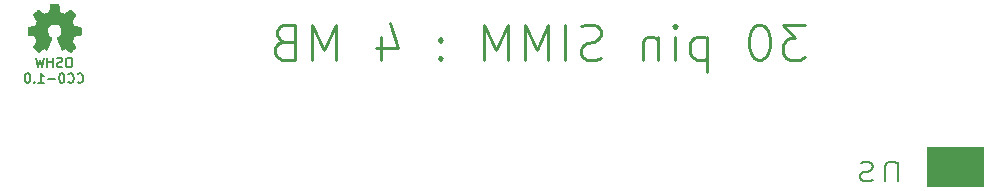
<source format=gbr>
%TF.GenerationSoftware,KiCad,Pcbnew,(5.1.9-0-10_14)*%
%TF.CreationDate,2021-02-23T12:31:03+01:00*%
%TF.ProjectId,30pin_SIMM_4MB,33307069-6e5f-4534-994d-4d5f344d422e,rev?*%
%TF.SameCoordinates,Original*%
%TF.FileFunction,Legend,Bot*%
%TF.FilePolarity,Positive*%
%FSLAX46Y46*%
G04 Gerber Fmt 4.6, Leading zero omitted, Abs format (unit mm)*
G04 Created by KiCad (PCBNEW (5.1.9-0-10_14)) date 2021-02-23 12:31:03*
%MOMM*%
%LPD*%
G01*
G04 APERTURE LIST*
%ADD10C,0.100000*%
%ADD11C,0.200000*%
%ADD12C,0.150000*%
%ADD13C,0.250000*%
%ADD14C,0.010000*%
G04 APERTURE END LIST*
D10*
G36*
X182000000Y-96000000D02*
G01*
X177250000Y-96000000D01*
X177250000Y-92750000D01*
X182000000Y-92750000D01*
X182000000Y-96000000D01*
G37*
X182000000Y-96000000D02*
X177250000Y-96000000D01*
X177250000Y-92750000D01*
X182000000Y-92750000D01*
X182000000Y-96000000D01*
D11*
X174820476Y-93964285D02*
X174820476Y-95630952D01*
X174820476Y-94202380D02*
X174701428Y-94083333D01*
X174463333Y-93964285D01*
X174106190Y-93964285D01*
X173868095Y-94083333D01*
X173749047Y-94321428D01*
X173749047Y-95630952D01*
X172677619Y-95511904D02*
X172439523Y-95630952D01*
X171963333Y-95630952D01*
X171725238Y-95511904D01*
X171606190Y-95273809D01*
X171606190Y-95154761D01*
X171725238Y-94916666D01*
X171963333Y-94797619D01*
X172320476Y-94797619D01*
X172558571Y-94678571D01*
X172677619Y-94440476D01*
X172677619Y-94321428D01*
X172558571Y-94083333D01*
X172320476Y-93964285D01*
X171963333Y-93964285D01*
X171725238Y-94083333D01*
D12*
X104713333Y-85136904D02*
X104560952Y-85136904D01*
X104484761Y-85175000D01*
X104408571Y-85251190D01*
X104370476Y-85403571D01*
X104370476Y-85670238D01*
X104408571Y-85822619D01*
X104484761Y-85898809D01*
X104560952Y-85936904D01*
X104713333Y-85936904D01*
X104789523Y-85898809D01*
X104865714Y-85822619D01*
X104903809Y-85670238D01*
X104903809Y-85403571D01*
X104865714Y-85251190D01*
X104789523Y-85175000D01*
X104713333Y-85136904D01*
X104065714Y-85898809D02*
X103951428Y-85936904D01*
X103760952Y-85936904D01*
X103684761Y-85898809D01*
X103646666Y-85860714D01*
X103608571Y-85784523D01*
X103608571Y-85708333D01*
X103646666Y-85632142D01*
X103684761Y-85594047D01*
X103760952Y-85555952D01*
X103913333Y-85517857D01*
X103989523Y-85479761D01*
X104027619Y-85441666D01*
X104065714Y-85365476D01*
X104065714Y-85289285D01*
X104027619Y-85213095D01*
X103989523Y-85175000D01*
X103913333Y-85136904D01*
X103722857Y-85136904D01*
X103608571Y-85175000D01*
X103265714Y-85936904D02*
X103265714Y-85136904D01*
X103265714Y-85517857D02*
X102808571Y-85517857D01*
X102808571Y-85936904D02*
X102808571Y-85136904D01*
X102503809Y-85136904D02*
X102313333Y-85936904D01*
X102160952Y-85365476D01*
X102008571Y-85936904D01*
X101818095Y-85136904D01*
X105360952Y-87210714D02*
X105399047Y-87248809D01*
X105513333Y-87286904D01*
X105589523Y-87286904D01*
X105703809Y-87248809D01*
X105780000Y-87172619D01*
X105818095Y-87096428D01*
X105856190Y-86944047D01*
X105856190Y-86829761D01*
X105818095Y-86677380D01*
X105780000Y-86601190D01*
X105703809Y-86525000D01*
X105589523Y-86486904D01*
X105513333Y-86486904D01*
X105399047Y-86525000D01*
X105360952Y-86563095D01*
X104560952Y-87210714D02*
X104599047Y-87248809D01*
X104713333Y-87286904D01*
X104789523Y-87286904D01*
X104903809Y-87248809D01*
X104980000Y-87172619D01*
X105018095Y-87096428D01*
X105056190Y-86944047D01*
X105056190Y-86829761D01*
X105018095Y-86677380D01*
X104980000Y-86601190D01*
X104903809Y-86525000D01*
X104789523Y-86486904D01*
X104713333Y-86486904D01*
X104599047Y-86525000D01*
X104560952Y-86563095D01*
X104065714Y-86486904D02*
X103989523Y-86486904D01*
X103913333Y-86525000D01*
X103875238Y-86563095D01*
X103837142Y-86639285D01*
X103799047Y-86791666D01*
X103799047Y-86982142D01*
X103837142Y-87134523D01*
X103875238Y-87210714D01*
X103913333Y-87248809D01*
X103989523Y-87286904D01*
X104065714Y-87286904D01*
X104141904Y-87248809D01*
X104180000Y-87210714D01*
X104218095Y-87134523D01*
X104256190Y-86982142D01*
X104256190Y-86791666D01*
X104218095Y-86639285D01*
X104180000Y-86563095D01*
X104141904Y-86525000D01*
X104065714Y-86486904D01*
X103456190Y-86982142D02*
X102846666Y-86982142D01*
X102046666Y-87286904D02*
X102503809Y-87286904D01*
X102275238Y-87286904D02*
X102275238Y-86486904D01*
X102351428Y-86601190D01*
X102427619Y-86677380D01*
X102503809Y-86715476D01*
X101703809Y-87210714D02*
X101665714Y-87248809D01*
X101703809Y-87286904D01*
X101741904Y-87248809D01*
X101703809Y-87210714D01*
X101703809Y-87286904D01*
X101170476Y-86486904D02*
X101094285Y-86486904D01*
X101018095Y-86525000D01*
X100980000Y-86563095D01*
X100941904Y-86639285D01*
X100903809Y-86791666D01*
X100903809Y-86982142D01*
X100941904Y-87134523D01*
X100980000Y-87210714D01*
X101018095Y-87248809D01*
X101094285Y-87286904D01*
X101170476Y-87286904D01*
X101246666Y-87248809D01*
X101284761Y-87210714D01*
X101322857Y-87134523D01*
X101360952Y-86982142D01*
X101360952Y-86791666D01*
X101322857Y-86639285D01*
X101284761Y-86563095D01*
X101246666Y-86525000D01*
X101170476Y-86486904D01*
D13*
X166950000Y-82357142D02*
X165092857Y-82357142D01*
X166092857Y-83500000D01*
X165664285Y-83500000D01*
X165378571Y-83642857D01*
X165235714Y-83785714D01*
X165092857Y-84071428D01*
X165092857Y-84785714D01*
X165235714Y-85071428D01*
X165378571Y-85214285D01*
X165664285Y-85357142D01*
X166521428Y-85357142D01*
X166807142Y-85214285D01*
X166950000Y-85071428D01*
X163235714Y-82357142D02*
X162950000Y-82357142D01*
X162664285Y-82500000D01*
X162521428Y-82642857D01*
X162378571Y-82928571D01*
X162235714Y-83500000D01*
X162235714Y-84214285D01*
X162378571Y-84785714D01*
X162521428Y-85071428D01*
X162664285Y-85214285D01*
X162950000Y-85357142D01*
X163235714Y-85357142D01*
X163521428Y-85214285D01*
X163664285Y-85071428D01*
X163807142Y-84785714D01*
X163950000Y-84214285D01*
X163950000Y-83500000D01*
X163807142Y-82928571D01*
X163664285Y-82642857D01*
X163521428Y-82500000D01*
X163235714Y-82357142D01*
X158664285Y-83357142D02*
X158664285Y-86357142D01*
X158664285Y-83500000D02*
X158378571Y-83357142D01*
X157807142Y-83357142D01*
X157521428Y-83500000D01*
X157378571Y-83642857D01*
X157235714Y-83928571D01*
X157235714Y-84785714D01*
X157378571Y-85071428D01*
X157521428Y-85214285D01*
X157807142Y-85357142D01*
X158378571Y-85357142D01*
X158664285Y-85214285D01*
X155950000Y-85357142D02*
X155950000Y-83357142D01*
X155950000Y-82357142D02*
X156092857Y-82500000D01*
X155950000Y-82642857D01*
X155807142Y-82500000D01*
X155950000Y-82357142D01*
X155950000Y-82642857D01*
X154521428Y-83357142D02*
X154521428Y-85357142D01*
X154521428Y-83642857D02*
X154378571Y-83500000D01*
X154092857Y-83357142D01*
X153664285Y-83357142D01*
X153378571Y-83500000D01*
X153235714Y-83785714D01*
X153235714Y-85357142D01*
X149664285Y-85214285D02*
X149235714Y-85357142D01*
X148521428Y-85357142D01*
X148235714Y-85214285D01*
X148092857Y-85071428D01*
X147950000Y-84785714D01*
X147950000Y-84500000D01*
X148092857Y-84214285D01*
X148235714Y-84071428D01*
X148521428Y-83928571D01*
X149092857Y-83785714D01*
X149378571Y-83642857D01*
X149521428Y-83500000D01*
X149664285Y-83214285D01*
X149664285Y-82928571D01*
X149521428Y-82642857D01*
X149378571Y-82500000D01*
X149092857Y-82357142D01*
X148378571Y-82357142D01*
X147950000Y-82500000D01*
X146664285Y-85357142D02*
X146664285Y-82357142D01*
X145235714Y-85357142D02*
X145235714Y-82357142D01*
X144235714Y-84500000D01*
X143235714Y-82357142D01*
X143235714Y-85357142D01*
X141807142Y-85357142D02*
X141807142Y-82357142D01*
X140807142Y-84500000D01*
X139807142Y-82357142D01*
X139807142Y-85357142D01*
X136092857Y-85071428D02*
X135950000Y-85214285D01*
X136092857Y-85357142D01*
X136235714Y-85214285D01*
X136092857Y-85071428D01*
X136092857Y-85357142D01*
X136092857Y-83500000D02*
X135950000Y-83642857D01*
X136092857Y-83785714D01*
X136235714Y-83642857D01*
X136092857Y-83500000D01*
X136092857Y-83785714D01*
X131092857Y-83357142D02*
X131092857Y-85357142D01*
X131807142Y-82214285D02*
X132521428Y-84357142D01*
X130664285Y-84357142D01*
X127235714Y-85357142D02*
X127235714Y-82357142D01*
X126235714Y-84500000D01*
X125235714Y-82357142D01*
X125235714Y-85357142D01*
X122807142Y-83785714D02*
X122378571Y-83928571D01*
X122235714Y-84071428D01*
X122092857Y-84357142D01*
X122092857Y-84785714D01*
X122235714Y-85071428D01*
X122378571Y-85214285D01*
X122664285Y-85357142D01*
X123807142Y-85357142D01*
X123807142Y-82357142D01*
X122807142Y-82357142D01*
X122521428Y-82500000D01*
X122378571Y-82642857D01*
X122235714Y-82928571D01*
X122235714Y-83214285D01*
X122378571Y-83500000D01*
X122521428Y-83642857D01*
X122807142Y-83785714D01*
X123807142Y-83785714D01*
D14*
%TO.C,REF\u002A\u002A*%
G36*
X103009872Y-80942940D02*
G01*
X102953024Y-81244492D01*
X102533498Y-81417434D01*
X102281852Y-81246317D01*
X102211378Y-81198672D01*
X102147673Y-81156132D01*
X102093710Y-81120637D01*
X102052463Y-81094132D01*
X102026902Y-81078558D01*
X102019941Y-81075200D01*
X102007401Y-81083836D01*
X101980605Y-81107714D01*
X101942556Y-81143781D01*
X101896257Y-81188989D01*
X101844713Y-81240286D01*
X101790927Y-81294623D01*
X101737901Y-81348950D01*
X101688641Y-81400217D01*
X101646149Y-81445373D01*
X101613429Y-81481368D01*
X101593485Y-81505152D01*
X101588717Y-81513112D01*
X101595579Y-81527787D01*
X101614816Y-81559936D01*
X101644406Y-81606414D01*
X101682326Y-81664078D01*
X101726554Y-81729782D01*
X101752182Y-81767258D01*
X101798895Y-81835690D01*
X101840404Y-81897442D01*
X101874696Y-81949441D01*
X101899756Y-81988614D01*
X101913572Y-82011887D01*
X101915648Y-82016777D01*
X101910941Y-82030677D01*
X101898113Y-82063072D01*
X101879098Y-82109407D01*
X101855833Y-82165128D01*
X101830252Y-82225680D01*
X101804291Y-82286508D01*
X101779886Y-82343058D01*
X101758973Y-82390774D01*
X101743487Y-82425103D01*
X101735364Y-82441490D01*
X101734884Y-82442134D01*
X101722129Y-82445263D01*
X101688159Y-82452243D01*
X101636496Y-82462389D01*
X101570660Y-82475014D01*
X101494172Y-82489431D01*
X101449546Y-82497745D01*
X101367815Y-82513306D01*
X101293993Y-82528114D01*
X101231815Y-82541358D01*
X101185014Y-82552227D01*
X101157327Y-82559911D01*
X101151762Y-82562349D01*
X101146310Y-82578852D01*
X101141912Y-82616122D01*
X101138564Y-82669802D01*
X101136262Y-82735534D01*
X101135004Y-82808959D01*
X101134788Y-82885718D01*
X101135609Y-82961454D01*
X101137465Y-83031808D01*
X101140354Y-83092422D01*
X101144271Y-83138938D01*
X101149214Y-83166997D01*
X101152179Y-83172838D01*
X101169902Y-83179839D01*
X101207455Y-83189849D01*
X101259872Y-83201691D01*
X101322184Y-83214189D01*
X101343936Y-83218232D01*
X101448812Y-83237442D01*
X101531656Y-83252913D01*
X101595206Y-83265259D01*
X101642199Y-83275095D01*
X101675373Y-83283036D01*
X101697465Y-83289698D01*
X101711212Y-83295695D01*
X101719352Y-83301641D01*
X101720491Y-83302816D01*
X101731859Y-83321748D01*
X101749201Y-83358591D01*
X101770786Y-83408835D01*
X101794882Y-83467968D01*
X101819757Y-83531478D01*
X101843679Y-83594854D01*
X101864917Y-83653584D01*
X101881739Y-83703157D01*
X101892414Y-83739061D01*
X101895209Y-83756784D01*
X101894976Y-83757405D01*
X101885505Y-83771892D01*
X101864018Y-83803766D01*
X101832773Y-83849711D01*
X101794029Y-83906407D01*
X101750043Y-83970539D01*
X101737517Y-83988764D01*
X101692852Y-84054836D01*
X101653548Y-84115122D01*
X101621748Y-84166157D01*
X101599591Y-84204482D01*
X101589219Y-84226633D01*
X101588717Y-84229354D01*
X101597431Y-84243658D01*
X101621511Y-84271994D01*
X101657860Y-84311318D01*
X101703383Y-84358583D01*
X101754984Y-84410745D01*
X101809569Y-84464757D01*
X101864042Y-84517575D01*
X101915307Y-84566153D01*
X101960269Y-84607445D01*
X101995832Y-84638407D01*
X102018901Y-84655992D01*
X102025282Y-84658863D01*
X102040137Y-84652100D01*
X102070550Y-84633861D01*
X102111568Y-84607219D01*
X102143127Y-84585774D01*
X102200311Y-84546425D01*
X102268030Y-84500093D01*
X102335956Y-84453835D01*
X102372475Y-84429077D01*
X102496084Y-84345469D01*
X102599845Y-84401572D01*
X102647116Y-84426150D01*
X102687313Y-84445253D01*
X102714510Y-84456149D01*
X102721434Y-84457665D01*
X102729759Y-84446471D01*
X102746182Y-84414839D01*
X102769479Y-84365687D01*
X102798422Y-84301932D01*
X102831786Y-84226493D01*
X102868345Y-84142286D01*
X102906872Y-84052230D01*
X102946142Y-83959243D01*
X102984928Y-83866242D01*
X103022006Y-83776145D01*
X103056147Y-83691870D01*
X103086128Y-83616335D01*
X103110720Y-83552456D01*
X103128700Y-83503153D01*
X103138839Y-83471343D01*
X103140470Y-83460418D01*
X103127545Y-83446483D01*
X103099247Y-83423862D01*
X103061490Y-83397255D01*
X103058321Y-83395150D01*
X102960736Y-83317036D01*
X102882050Y-83225904D01*
X102822945Y-83124667D01*
X102784104Y-83016240D01*
X102766208Y-82903536D01*
X102769939Y-82789470D01*
X102795979Y-82676956D01*
X102845011Y-82568907D01*
X102859436Y-82545267D01*
X102934467Y-82449809D01*
X103023106Y-82373154D01*
X103122287Y-82315702D01*
X103228941Y-82277851D01*
X103340000Y-82260000D01*
X103452397Y-82262547D01*
X103563063Y-82285892D01*
X103668930Y-82330432D01*
X103766931Y-82396567D01*
X103797246Y-82423409D01*
X103874398Y-82507434D01*
X103930618Y-82595888D01*
X103969183Y-82695037D01*
X103990662Y-82793225D01*
X103995964Y-82903619D01*
X103978284Y-83014562D01*
X103939417Y-83122303D01*
X103881159Y-83223091D01*
X103805305Y-83313178D01*
X103713653Y-83388814D01*
X103701608Y-83396786D01*
X103663447Y-83422896D01*
X103634437Y-83445517D01*
X103620568Y-83459961D01*
X103620367Y-83460418D01*
X103623344Y-83476043D01*
X103635147Y-83511504D01*
X103654550Y-83563884D01*
X103680324Y-83630267D01*
X103711245Y-83707736D01*
X103746085Y-83793372D01*
X103783619Y-83884259D01*
X103822619Y-83977481D01*
X103861859Y-84070119D01*
X103900112Y-84159257D01*
X103936153Y-84241977D01*
X103968753Y-84315363D01*
X103996688Y-84376497D01*
X104018731Y-84422463D01*
X104033654Y-84450343D01*
X104039664Y-84457665D01*
X104058027Y-84451963D01*
X104092388Y-84436671D01*
X104136820Y-84414521D01*
X104161253Y-84401572D01*
X104265014Y-84345469D01*
X104388623Y-84429077D01*
X104451722Y-84471909D01*
X104520806Y-84519044D01*
X104585543Y-84563425D01*
X104617970Y-84585774D01*
X104663577Y-84616399D01*
X104702196Y-84640669D01*
X104728788Y-84655509D01*
X104737426Y-84658646D01*
X104749997Y-84650183D01*
X104777820Y-84626558D01*
X104818197Y-84590224D01*
X104868431Y-84543633D01*
X104925824Y-84489239D01*
X104962122Y-84454314D01*
X105025626Y-84391918D01*
X105080509Y-84336110D01*
X105124550Y-84289276D01*
X105155531Y-84253804D01*
X105171234Y-84232083D01*
X105172741Y-84227674D01*
X105165750Y-84210907D01*
X105146430Y-84177004D01*
X105116927Y-84129398D01*
X105079381Y-84071521D01*
X105035936Y-84006806D01*
X105023581Y-83988764D01*
X104978563Y-83923189D01*
X104938176Y-83864150D01*
X104904676Y-83814964D01*
X104880322Y-83778950D01*
X104867372Y-83759424D01*
X104866121Y-83757405D01*
X104867992Y-83741844D01*
X104877923Y-83707631D01*
X104894183Y-83659277D01*
X104915041Y-83601293D01*
X104938763Y-83538192D01*
X104963620Y-83474485D01*
X104987878Y-83414683D01*
X105009807Y-83363298D01*
X105027674Y-83324841D01*
X105039749Y-83303824D01*
X105040607Y-83302816D01*
X105047990Y-83296810D01*
X105060461Y-83290870D01*
X105080756Y-83284382D01*
X105111614Y-83276731D01*
X105155770Y-83267302D01*
X105215962Y-83255481D01*
X105294929Y-83240651D01*
X105395406Y-83222199D01*
X105417161Y-83218232D01*
X105481638Y-83205775D01*
X105537847Y-83193588D01*
X105580823Y-83182848D01*
X105605596Y-83174731D01*
X105608918Y-83172838D01*
X105614392Y-83156060D01*
X105618842Y-83118567D01*
X105622264Y-83064716D01*
X105624655Y-82998866D01*
X105626013Y-82925375D01*
X105626335Y-82848602D01*
X105625617Y-82772905D01*
X105623857Y-82702642D01*
X105621052Y-82642172D01*
X105617198Y-82595852D01*
X105612293Y-82568041D01*
X105609336Y-82562349D01*
X105592873Y-82556608D01*
X105555387Y-82547267D01*
X105500611Y-82535137D01*
X105432281Y-82521029D01*
X105354130Y-82505752D01*
X105311552Y-82497745D01*
X105230765Y-82482643D01*
X105158723Y-82468962D01*
X105098947Y-82457389D01*
X105054957Y-82448609D01*
X105030275Y-82443309D01*
X105026213Y-82442134D01*
X105019347Y-82428887D01*
X105004834Y-82396979D01*
X104984607Y-82350969D01*
X104960602Y-82295414D01*
X104934754Y-82234875D01*
X104908996Y-82173908D01*
X104885263Y-82117073D01*
X104865490Y-82068928D01*
X104851612Y-82034032D01*
X104845562Y-82016943D01*
X104845450Y-82016196D01*
X104852308Y-82002715D01*
X104871534Y-81971692D01*
X104901108Y-81926211D01*
X104939009Y-81869354D01*
X104983216Y-81804205D01*
X105008915Y-81766784D01*
X105055743Y-81698169D01*
X105097335Y-81635874D01*
X105131661Y-81583051D01*
X105156693Y-81542849D01*
X105170401Y-81518422D01*
X105172380Y-81512946D01*
X105163870Y-81500200D01*
X105140343Y-81472985D01*
X105104804Y-81434350D01*
X105060259Y-81387345D01*
X105009713Y-81335017D01*
X104956172Y-81280417D01*
X104902641Y-81226592D01*
X104852125Y-81176592D01*
X104807630Y-81133465D01*
X104772161Y-81100261D01*
X104748723Y-81080028D01*
X104740882Y-81075200D01*
X104728116Y-81081989D01*
X104697580Y-81101064D01*
X104652246Y-81130483D01*
X104595080Y-81168303D01*
X104529052Y-81212583D01*
X104479246Y-81246317D01*
X104227600Y-81417434D01*
X104017837Y-81330963D01*
X103808073Y-81244492D01*
X103751225Y-80942940D01*
X103694376Y-80641388D01*
X103066721Y-80641388D01*
X103009872Y-80942940D01*
G37*
X103009872Y-80942940D02*
X102953024Y-81244492D01*
X102533498Y-81417434D01*
X102281852Y-81246317D01*
X102211378Y-81198672D01*
X102147673Y-81156132D01*
X102093710Y-81120637D01*
X102052463Y-81094132D01*
X102026902Y-81078558D01*
X102019941Y-81075200D01*
X102007401Y-81083836D01*
X101980605Y-81107714D01*
X101942556Y-81143781D01*
X101896257Y-81188989D01*
X101844713Y-81240286D01*
X101790927Y-81294623D01*
X101737901Y-81348950D01*
X101688641Y-81400217D01*
X101646149Y-81445373D01*
X101613429Y-81481368D01*
X101593485Y-81505152D01*
X101588717Y-81513112D01*
X101595579Y-81527787D01*
X101614816Y-81559936D01*
X101644406Y-81606414D01*
X101682326Y-81664078D01*
X101726554Y-81729782D01*
X101752182Y-81767258D01*
X101798895Y-81835690D01*
X101840404Y-81897442D01*
X101874696Y-81949441D01*
X101899756Y-81988614D01*
X101913572Y-82011887D01*
X101915648Y-82016777D01*
X101910941Y-82030677D01*
X101898113Y-82063072D01*
X101879098Y-82109407D01*
X101855833Y-82165128D01*
X101830252Y-82225680D01*
X101804291Y-82286508D01*
X101779886Y-82343058D01*
X101758973Y-82390774D01*
X101743487Y-82425103D01*
X101735364Y-82441490D01*
X101734884Y-82442134D01*
X101722129Y-82445263D01*
X101688159Y-82452243D01*
X101636496Y-82462389D01*
X101570660Y-82475014D01*
X101494172Y-82489431D01*
X101449546Y-82497745D01*
X101367815Y-82513306D01*
X101293993Y-82528114D01*
X101231815Y-82541358D01*
X101185014Y-82552227D01*
X101157327Y-82559911D01*
X101151762Y-82562349D01*
X101146310Y-82578852D01*
X101141912Y-82616122D01*
X101138564Y-82669802D01*
X101136262Y-82735534D01*
X101135004Y-82808959D01*
X101134788Y-82885718D01*
X101135609Y-82961454D01*
X101137465Y-83031808D01*
X101140354Y-83092422D01*
X101144271Y-83138938D01*
X101149214Y-83166997D01*
X101152179Y-83172838D01*
X101169902Y-83179839D01*
X101207455Y-83189849D01*
X101259872Y-83201691D01*
X101322184Y-83214189D01*
X101343936Y-83218232D01*
X101448812Y-83237442D01*
X101531656Y-83252913D01*
X101595206Y-83265259D01*
X101642199Y-83275095D01*
X101675373Y-83283036D01*
X101697465Y-83289698D01*
X101711212Y-83295695D01*
X101719352Y-83301641D01*
X101720491Y-83302816D01*
X101731859Y-83321748D01*
X101749201Y-83358591D01*
X101770786Y-83408835D01*
X101794882Y-83467968D01*
X101819757Y-83531478D01*
X101843679Y-83594854D01*
X101864917Y-83653584D01*
X101881739Y-83703157D01*
X101892414Y-83739061D01*
X101895209Y-83756784D01*
X101894976Y-83757405D01*
X101885505Y-83771892D01*
X101864018Y-83803766D01*
X101832773Y-83849711D01*
X101794029Y-83906407D01*
X101750043Y-83970539D01*
X101737517Y-83988764D01*
X101692852Y-84054836D01*
X101653548Y-84115122D01*
X101621748Y-84166157D01*
X101599591Y-84204482D01*
X101589219Y-84226633D01*
X101588717Y-84229354D01*
X101597431Y-84243658D01*
X101621511Y-84271994D01*
X101657860Y-84311318D01*
X101703383Y-84358583D01*
X101754984Y-84410745D01*
X101809569Y-84464757D01*
X101864042Y-84517575D01*
X101915307Y-84566153D01*
X101960269Y-84607445D01*
X101995832Y-84638407D01*
X102018901Y-84655992D01*
X102025282Y-84658863D01*
X102040137Y-84652100D01*
X102070550Y-84633861D01*
X102111568Y-84607219D01*
X102143127Y-84585774D01*
X102200311Y-84546425D01*
X102268030Y-84500093D01*
X102335956Y-84453835D01*
X102372475Y-84429077D01*
X102496084Y-84345469D01*
X102599845Y-84401572D01*
X102647116Y-84426150D01*
X102687313Y-84445253D01*
X102714510Y-84456149D01*
X102721434Y-84457665D01*
X102729759Y-84446471D01*
X102746182Y-84414839D01*
X102769479Y-84365687D01*
X102798422Y-84301932D01*
X102831786Y-84226493D01*
X102868345Y-84142286D01*
X102906872Y-84052230D01*
X102946142Y-83959243D01*
X102984928Y-83866242D01*
X103022006Y-83776145D01*
X103056147Y-83691870D01*
X103086128Y-83616335D01*
X103110720Y-83552456D01*
X103128700Y-83503153D01*
X103138839Y-83471343D01*
X103140470Y-83460418D01*
X103127545Y-83446483D01*
X103099247Y-83423862D01*
X103061490Y-83397255D01*
X103058321Y-83395150D01*
X102960736Y-83317036D01*
X102882050Y-83225904D01*
X102822945Y-83124667D01*
X102784104Y-83016240D01*
X102766208Y-82903536D01*
X102769939Y-82789470D01*
X102795979Y-82676956D01*
X102845011Y-82568907D01*
X102859436Y-82545267D01*
X102934467Y-82449809D01*
X103023106Y-82373154D01*
X103122287Y-82315702D01*
X103228941Y-82277851D01*
X103340000Y-82260000D01*
X103452397Y-82262547D01*
X103563063Y-82285892D01*
X103668930Y-82330432D01*
X103766931Y-82396567D01*
X103797246Y-82423409D01*
X103874398Y-82507434D01*
X103930618Y-82595888D01*
X103969183Y-82695037D01*
X103990662Y-82793225D01*
X103995964Y-82903619D01*
X103978284Y-83014562D01*
X103939417Y-83122303D01*
X103881159Y-83223091D01*
X103805305Y-83313178D01*
X103713653Y-83388814D01*
X103701608Y-83396786D01*
X103663447Y-83422896D01*
X103634437Y-83445517D01*
X103620568Y-83459961D01*
X103620367Y-83460418D01*
X103623344Y-83476043D01*
X103635147Y-83511504D01*
X103654550Y-83563884D01*
X103680324Y-83630267D01*
X103711245Y-83707736D01*
X103746085Y-83793372D01*
X103783619Y-83884259D01*
X103822619Y-83977481D01*
X103861859Y-84070119D01*
X103900112Y-84159257D01*
X103936153Y-84241977D01*
X103968753Y-84315363D01*
X103996688Y-84376497D01*
X104018731Y-84422463D01*
X104033654Y-84450343D01*
X104039664Y-84457665D01*
X104058027Y-84451963D01*
X104092388Y-84436671D01*
X104136820Y-84414521D01*
X104161253Y-84401572D01*
X104265014Y-84345469D01*
X104388623Y-84429077D01*
X104451722Y-84471909D01*
X104520806Y-84519044D01*
X104585543Y-84563425D01*
X104617970Y-84585774D01*
X104663577Y-84616399D01*
X104702196Y-84640669D01*
X104728788Y-84655509D01*
X104737426Y-84658646D01*
X104749997Y-84650183D01*
X104777820Y-84626558D01*
X104818197Y-84590224D01*
X104868431Y-84543633D01*
X104925824Y-84489239D01*
X104962122Y-84454314D01*
X105025626Y-84391918D01*
X105080509Y-84336110D01*
X105124550Y-84289276D01*
X105155531Y-84253804D01*
X105171234Y-84232083D01*
X105172741Y-84227674D01*
X105165750Y-84210907D01*
X105146430Y-84177004D01*
X105116927Y-84129398D01*
X105079381Y-84071521D01*
X105035936Y-84006806D01*
X105023581Y-83988764D01*
X104978563Y-83923189D01*
X104938176Y-83864150D01*
X104904676Y-83814964D01*
X104880322Y-83778950D01*
X104867372Y-83759424D01*
X104866121Y-83757405D01*
X104867992Y-83741844D01*
X104877923Y-83707631D01*
X104894183Y-83659277D01*
X104915041Y-83601293D01*
X104938763Y-83538192D01*
X104963620Y-83474485D01*
X104987878Y-83414683D01*
X105009807Y-83363298D01*
X105027674Y-83324841D01*
X105039749Y-83303824D01*
X105040607Y-83302816D01*
X105047990Y-83296810D01*
X105060461Y-83290870D01*
X105080756Y-83284382D01*
X105111614Y-83276731D01*
X105155770Y-83267302D01*
X105215962Y-83255481D01*
X105294929Y-83240651D01*
X105395406Y-83222199D01*
X105417161Y-83218232D01*
X105481638Y-83205775D01*
X105537847Y-83193588D01*
X105580823Y-83182848D01*
X105605596Y-83174731D01*
X105608918Y-83172838D01*
X105614392Y-83156060D01*
X105618842Y-83118567D01*
X105622264Y-83064716D01*
X105624655Y-82998866D01*
X105626013Y-82925375D01*
X105626335Y-82848602D01*
X105625617Y-82772905D01*
X105623857Y-82702642D01*
X105621052Y-82642172D01*
X105617198Y-82595852D01*
X105612293Y-82568041D01*
X105609336Y-82562349D01*
X105592873Y-82556608D01*
X105555387Y-82547267D01*
X105500611Y-82535137D01*
X105432281Y-82521029D01*
X105354130Y-82505752D01*
X105311552Y-82497745D01*
X105230765Y-82482643D01*
X105158723Y-82468962D01*
X105098947Y-82457389D01*
X105054957Y-82448609D01*
X105030275Y-82443309D01*
X105026213Y-82442134D01*
X105019347Y-82428887D01*
X105004834Y-82396979D01*
X104984607Y-82350969D01*
X104960602Y-82295414D01*
X104934754Y-82234875D01*
X104908996Y-82173908D01*
X104885263Y-82117073D01*
X104865490Y-82068928D01*
X104851612Y-82034032D01*
X104845562Y-82016943D01*
X104845450Y-82016196D01*
X104852308Y-82002715D01*
X104871534Y-81971692D01*
X104901108Y-81926211D01*
X104939009Y-81869354D01*
X104983216Y-81804205D01*
X105008915Y-81766784D01*
X105055743Y-81698169D01*
X105097335Y-81635874D01*
X105131661Y-81583051D01*
X105156693Y-81542849D01*
X105170401Y-81518422D01*
X105172380Y-81512946D01*
X105163870Y-81500200D01*
X105140343Y-81472985D01*
X105104804Y-81434350D01*
X105060259Y-81387345D01*
X105009713Y-81335017D01*
X104956172Y-81280417D01*
X104902641Y-81226592D01*
X104852125Y-81176592D01*
X104807630Y-81133465D01*
X104772161Y-81100261D01*
X104748723Y-81080028D01*
X104740882Y-81075200D01*
X104728116Y-81081989D01*
X104697580Y-81101064D01*
X104652246Y-81130483D01*
X104595080Y-81168303D01*
X104529052Y-81212583D01*
X104479246Y-81246317D01*
X104227600Y-81417434D01*
X104017837Y-81330963D01*
X103808073Y-81244492D01*
X103751225Y-80942940D01*
X103694376Y-80641388D01*
X103066721Y-80641388D01*
X103009872Y-80942940D01*
%TD*%
M02*

</source>
